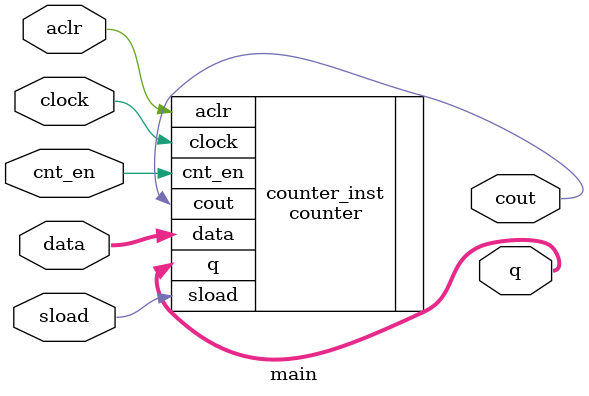
<source format=v>
module main (
    input aclr,
    input clock,
    input [3:0] data,
    input cnt_en,
    input sload,
    
    output cout,
    output [3:0] q
);
    
    counter	counter_inst (
	.aclr       ( aclr   ),
	.clock      ( clock  ),
	.cnt_en     ( cnt_en ),
	.data       ( data   ),
	.sload      ( sload  ),
	.cout       ( cout   ),
	.q          ( q      )
	);

endmodule
</source>
